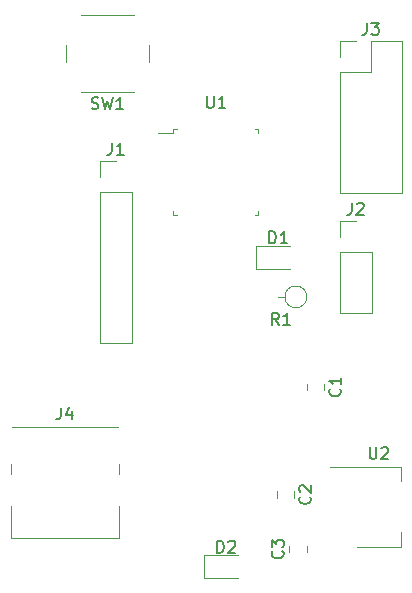
<source format=gbr>
%TF.GenerationSoftware,KiCad,Pcbnew,7.0.7*%
%TF.CreationDate,2023-09-08T17:32:34-05:00*%
%TF.ProjectId,Projects_zyxie2,50726f6a-6563-4747-935f-7a7978696532,rev?*%
%TF.SameCoordinates,Original*%
%TF.FileFunction,Legend,Top*%
%TF.FilePolarity,Positive*%
%FSLAX46Y46*%
G04 Gerber Fmt 4.6, Leading zero omitted, Abs format (unit mm)*
G04 Created by KiCad (PCBNEW 7.0.7) date 2023-09-08 17:32:34*
%MOMM*%
%LPD*%
G01*
G04 APERTURE LIST*
%ADD10C,0.150000*%
%ADD11C,0.120000*%
G04 APERTURE END LIST*
D10*
X123102080Y-108349166D02*
X123149700Y-108396785D01*
X123149700Y-108396785D02*
X123197319Y-108539642D01*
X123197319Y-108539642D02*
X123197319Y-108634880D01*
X123197319Y-108634880D02*
X123149700Y-108777737D01*
X123149700Y-108777737D02*
X123054461Y-108872975D01*
X123054461Y-108872975D02*
X122959223Y-108920594D01*
X122959223Y-108920594D02*
X122768747Y-108968213D01*
X122768747Y-108968213D02*
X122625890Y-108968213D01*
X122625890Y-108968213D02*
X122435414Y-108920594D01*
X122435414Y-108920594D02*
X122340176Y-108872975D01*
X122340176Y-108872975D02*
X122244938Y-108777737D01*
X122244938Y-108777737D02*
X122197319Y-108634880D01*
X122197319Y-108634880D02*
X122197319Y-108539642D01*
X122197319Y-108539642D02*
X122244938Y-108396785D01*
X122244938Y-108396785D02*
X122292557Y-108349166D01*
X122292557Y-107968213D02*
X122244938Y-107920594D01*
X122244938Y-107920594D02*
X122197319Y-107825356D01*
X122197319Y-107825356D02*
X122197319Y-107587261D01*
X122197319Y-107587261D02*
X122244938Y-107492023D01*
X122244938Y-107492023D02*
X122292557Y-107444404D01*
X122292557Y-107444404D02*
X122387795Y-107396785D01*
X122387795Y-107396785D02*
X122483033Y-107396785D01*
X122483033Y-107396785D02*
X122625890Y-107444404D01*
X122625890Y-107444404D02*
X123197319Y-108015832D01*
X123197319Y-108015832D02*
X123197319Y-107396785D01*
X127936666Y-68244819D02*
X127936666Y-68959104D01*
X127936666Y-68959104D02*
X127889047Y-69101961D01*
X127889047Y-69101961D02*
X127793809Y-69197200D01*
X127793809Y-69197200D02*
X127650952Y-69244819D01*
X127650952Y-69244819D02*
X127555714Y-69244819D01*
X128317619Y-68244819D02*
X128936666Y-68244819D01*
X128936666Y-68244819D02*
X128603333Y-68625771D01*
X128603333Y-68625771D02*
X128746190Y-68625771D01*
X128746190Y-68625771D02*
X128841428Y-68673390D01*
X128841428Y-68673390D02*
X128889047Y-68721009D01*
X128889047Y-68721009D02*
X128936666Y-68816247D01*
X128936666Y-68816247D02*
X128936666Y-69054342D01*
X128936666Y-69054342D02*
X128889047Y-69149580D01*
X128889047Y-69149580D02*
X128841428Y-69197200D01*
X128841428Y-69197200D02*
X128746190Y-69244819D01*
X128746190Y-69244819D02*
X128460476Y-69244819D01*
X128460476Y-69244819D02*
X128365238Y-69197200D01*
X128365238Y-69197200D02*
X128317619Y-69149580D01*
X114378095Y-74444819D02*
X114378095Y-75254342D01*
X114378095Y-75254342D02*
X114425714Y-75349580D01*
X114425714Y-75349580D02*
X114473333Y-75397200D01*
X114473333Y-75397200D02*
X114568571Y-75444819D01*
X114568571Y-75444819D02*
X114759047Y-75444819D01*
X114759047Y-75444819D02*
X114854285Y-75397200D01*
X114854285Y-75397200D02*
X114901904Y-75349580D01*
X114901904Y-75349580D02*
X114949523Y-75254342D01*
X114949523Y-75254342D02*
X114949523Y-74444819D01*
X115949523Y-75444819D02*
X115378095Y-75444819D01*
X115663809Y-75444819D02*
X115663809Y-74444819D01*
X115663809Y-74444819D02*
X115568571Y-74587676D01*
X115568571Y-74587676D02*
X115473333Y-74682914D01*
X115473333Y-74682914D02*
X115378095Y-74730533D01*
X119666905Y-86899819D02*
X119666905Y-85899819D01*
X119666905Y-85899819D02*
X119905000Y-85899819D01*
X119905000Y-85899819D02*
X120047857Y-85947438D01*
X120047857Y-85947438D02*
X120143095Y-86042676D01*
X120143095Y-86042676D02*
X120190714Y-86137914D01*
X120190714Y-86137914D02*
X120238333Y-86328390D01*
X120238333Y-86328390D02*
X120238333Y-86471247D01*
X120238333Y-86471247D02*
X120190714Y-86661723D01*
X120190714Y-86661723D02*
X120143095Y-86756961D01*
X120143095Y-86756961D02*
X120047857Y-86852200D01*
X120047857Y-86852200D02*
X119905000Y-86899819D01*
X119905000Y-86899819D02*
X119666905Y-86899819D01*
X121190714Y-86899819D02*
X120619286Y-86899819D01*
X120905000Y-86899819D02*
X120905000Y-85899819D01*
X120905000Y-85899819D02*
X120809762Y-86042676D01*
X120809762Y-86042676D02*
X120714524Y-86137914D01*
X120714524Y-86137914D02*
X120619286Y-86185533D01*
X128168095Y-104174819D02*
X128168095Y-104984342D01*
X128168095Y-104984342D02*
X128215714Y-105079580D01*
X128215714Y-105079580D02*
X128263333Y-105127200D01*
X128263333Y-105127200D02*
X128358571Y-105174819D01*
X128358571Y-105174819D02*
X128549047Y-105174819D01*
X128549047Y-105174819D02*
X128644285Y-105127200D01*
X128644285Y-105127200D02*
X128691904Y-105079580D01*
X128691904Y-105079580D02*
X128739523Y-104984342D01*
X128739523Y-104984342D02*
X128739523Y-104174819D01*
X129168095Y-104270057D02*
X129215714Y-104222438D01*
X129215714Y-104222438D02*
X129310952Y-104174819D01*
X129310952Y-104174819D02*
X129549047Y-104174819D01*
X129549047Y-104174819D02*
X129644285Y-104222438D01*
X129644285Y-104222438D02*
X129691904Y-104270057D01*
X129691904Y-104270057D02*
X129739523Y-104365295D01*
X129739523Y-104365295D02*
X129739523Y-104460533D01*
X129739523Y-104460533D02*
X129691904Y-104603390D01*
X129691904Y-104603390D02*
X129120476Y-105174819D01*
X129120476Y-105174819D02*
X129739523Y-105174819D01*
X106346666Y-78404819D02*
X106346666Y-79119104D01*
X106346666Y-79119104D02*
X106299047Y-79261961D01*
X106299047Y-79261961D02*
X106203809Y-79357200D01*
X106203809Y-79357200D02*
X106060952Y-79404819D01*
X106060952Y-79404819D02*
X105965714Y-79404819D01*
X107346666Y-79404819D02*
X106775238Y-79404819D01*
X107060952Y-79404819D02*
X107060952Y-78404819D01*
X107060952Y-78404819D02*
X106965714Y-78547676D01*
X106965714Y-78547676D02*
X106870476Y-78642914D01*
X106870476Y-78642914D02*
X106775238Y-78690533D01*
X115256905Y-113104819D02*
X115256905Y-112104819D01*
X115256905Y-112104819D02*
X115495000Y-112104819D01*
X115495000Y-112104819D02*
X115637857Y-112152438D01*
X115637857Y-112152438D02*
X115733095Y-112247676D01*
X115733095Y-112247676D02*
X115780714Y-112342914D01*
X115780714Y-112342914D02*
X115828333Y-112533390D01*
X115828333Y-112533390D02*
X115828333Y-112676247D01*
X115828333Y-112676247D02*
X115780714Y-112866723D01*
X115780714Y-112866723D02*
X115733095Y-112961961D01*
X115733095Y-112961961D02*
X115637857Y-113057200D01*
X115637857Y-113057200D02*
X115495000Y-113104819D01*
X115495000Y-113104819D02*
X115256905Y-113104819D01*
X116209286Y-112200057D02*
X116256905Y-112152438D01*
X116256905Y-112152438D02*
X116352143Y-112104819D01*
X116352143Y-112104819D02*
X116590238Y-112104819D01*
X116590238Y-112104819D02*
X116685476Y-112152438D01*
X116685476Y-112152438D02*
X116733095Y-112200057D01*
X116733095Y-112200057D02*
X116780714Y-112295295D01*
X116780714Y-112295295D02*
X116780714Y-112390533D01*
X116780714Y-112390533D02*
X116733095Y-112533390D01*
X116733095Y-112533390D02*
X116161667Y-113104819D01*
X116161667Y-113104819D02*
X116780714Y-113104819D01*
X125642080Y-99226666D02*
X125689700Y-99274285D01*
X125689700Y-99274285D02*
X125737319Y-99417142D01*
X125737319Y-99417142D02*
X125737319Y-99512380D01*
X125737319Y-99512380D02*
X125689700Y-99655237D01*
X125689700Y-99655237D02*
X125594461Y-99750475D01*
X125594461Y-99750475D02*
X125499223Y-99798094D01*
X125499223Y-99798094D02*
X125308747Y-99845713D01*
X125308747Y-99845713D02*
X125165890Y-99845713D01*
X125165890Y-99845713D02*
X124975414Y-99798094D01*
X124975414Y-99798094D02*
X124880176Y-99750475D01*
X124880176Y-99750475D02*
X124784938Y-99655237D01*
X124784938Y-99655237D02*
X124737319Y-99512380D01*
X124737319Y-99512380D02*
X124737319Y-99417142D01*
X124737319Y-99417142D02*
X124784938Y-99274285D01*
X124784938Y-99274285D02*
X124832557Y-99226666D01*
X125737319Y-98274285D02*
X125737319Y-98845713D01*
X125737319Y-98559999D02*
X124737319Y-98559999D01*
X124737319Y-98559999D02*
X124880176Y-98655237D01*
X124880176Y-98655237D02*
X124975414Y-98750475D01*
X124975414Y-98750475D02*
X125023033Y-98845713D01*
X126666666Y-83484819D02*
X126666666Y-84199104D01*
X126666666Y-84199104D02*
X126619047Y-84341961D01*
X126619047Y-84341961D02*
X126523809Y-84437200D01*
X126523809Y-84437200D02*
X126380952Y-84484819D01*
X126380952Y-84484819D02*
X126285714Y-84484819D01*
X127095238Y-83580057D02*
X127142857Y-83532438D01*
X127142857Y-83532438D02*
X127238095Y-83484819D01*
X127238095Y-83484819D02*
X127476190Y-83484819D01*
X127476190Y-83484819D02*
X127571428Y-83532438D01*
X127571428Y-83532438D02*
X127619047Y-83580057D01*
X127619047Y-83580057D02*
X127666666Y-83675295D01*
X127666666Y-83675295D02*
X127666666Y-83770533D01*
X127666666Y-83770533D02*
X127619047Y-83913390D01*
X127619047Y-83913390D02*
X127047619Y-84484819D01*
X127047619Y-84484819D02*
X127666666Y-84484819D01*
X120483333Y-93814819D02*
X120150000Y-93338628D01*
X119911905Y-93814819D02*
X119911905Y-92814819D01*
X119911905Y-92814819D02*
X120292857Y-92814819D01*
X120292857Y-92814819D02*
X120388095Y-92862438D01*
X120388095Y-92862438D02*
X120435714Y-92910057D01*
X120435714Y-92910057D02*
X120483333Y-93005295D01*
X120483333Y-93005295D02*
X120483333Y-93148152D01*
X120483333Y-93148152D02*
X120435714Y-93243390D01*
X120435714Y-93243390D02*
X120388095Y-93291009D01*
X120388095Y-93291009D02*
X120292857Y-93338628D01*
X120292857Y-93338628D02*
X119911905Y-93338628D01*
X121435714Y-93814819D02*
X120864286Y-93814819D01*
X121150000Y-93814819D02*
X121150000Y-92814819D01*
X121150000Y-92814819D02*
X121054762Y-92957676D01*
X121054762Y-92957676D02*
X120959524Y-93052914D01*
X120959524Y-93052914D02*
X120864286Y-93100533D01*
X120779580Y-112964166D02*
X120827200Y-113011785D01*
X120827200Y-113011785D02*
X120874819Y-113154642D01*
X120874819Y-113154642D02*
X120874819Y-113249880D01*
X120874819Y-113249880D02*
X120827200Y-113392737D01*
X120827200Y-113392737D02*
X120731961Y-113487975D01*
X120731961Y-113487975D02*
X120636723Y-113535594D01*
X120636723Y-113535594D02*
X120446247Y-113583213D01*
X120446247Y-113583213D02*
X120303390Y-113583213D01*
X120303390Y-113583213D02*
X120112914Y-113535594D01*
X120112914Y-113535594D02*
X120017676Y-113487975D01*
X120017676Y-113487975D02*
X119922438Y-113392737D01*
X119922438Y-113392737D02*
X119874819Y-113249880D01*
X119874819Y-113249880D02*
X119874819Y-113154642D01*
X119874819Y-113154642D02*
X119922438Y-113011785D01*
X119922438Y-113011785D02*
X119970057Y-112964166D01*
X119874819Y-112630832D02*
X119874819Y-112011785D01*
X119874819Y-112011785D02*
X120255771Y-112345118D01*
X120255771Y-112345118D02*
X120255771Y-112202261D01*
X120255771Y-112202261D02*
X120303390Y-112107023D01*
X120303390Y-112107023D02*
X120351009Y-112059404D01*
X120351009Y-112059404D02*
X120446247Y-112011785D01*
X120446247Y-112011785D02*
X120684342Y-112011785D01*
X120684342Y-112011785D02*
X120779580Y-112059404D01*
X120779580Y-112059404D02*
X120827200Y-112107023D01*
X120827200Y-112107023D02*
X120874819Y-112202261D01*
X120874819Y-112202261D02*
X120874819Y-112487975D01*
X120874819Y-112487975D02*
X120827200Y-112583213D01*
X120827200Y-112583213D02*
X120779580Y-112630832D01*
X102021666Y-100814819D02*
X102021666Y-101529104D01*
X102021666Y-101529104D02*
X101974047Y-101671961D01*
X101974047Y-101671961D02*
X101878809Y-101767200D01*
X101878809Y-101767200D02*
X101735952Y-101814819D01*
X101735952Y-101814819D02*
X101640714Y-101814819D01*
X102926428Y-101148152D02*
X102926428Y-101814819D01*
X102688333Y-100767200D02*
X102450238Y-101481485D01*
X102450238Y-101481485D02*
X103069285Y-101481485D01*
X104636667Y-75487200D02*
X104779524Y-75534819D01*
X104779524Y-75534819D02*
X105017619Y-75534819D01*
X105017619Y-75534819D02*
X105112857Y-75487200D01*
X105112857Y-75487200D02*
X105160476Y-75439580D01*
X105160476Y-75439580D02*
X105208095Y-75344342D01*
X105208095Y-75344342D02*
X105208095Y-75249104D01*
X105208095Y-75249104D02*
X105160476Y-75153866D01*
X105160476Y-75153866D02*
X105112857Y-75106247D01*
X105112857Y-75106247D02*
X105017619Y-75058628D01*
X105017619Y-75058628D02*
X104827143Y-75011009D01*
X104827143Y-75011009D02*
X104731905Y-74963390D01*
X104731905Y-74963390D02*
X104684286Y-74915771D01*
X104684286Y-74915771D02*
X104636667Y-74820533D01*
X104636667Y-74820533D02*
X104636667Y-74725295D01*
X104636667Y-74725295D02*
X104684286Y-74630057D01*
X104684286Y-74630057D02*
X104731905Y-74582438D01*
X104731905Y-74582438D02*
X104827143Y-74534819D01*
X104827143Y-74534819D02*
X105065238Y-74534819D01*
X105065238Y-74534819D02*
X105208095Y-74582438D01*
X105541429Y-74534819D02*
X105779524Y-75534819D01*
X105779524Y-75534819D02*
X105970000Y-74820533D01*
X105970000Y-74820533D02*
X106160476Y-75534819D01*
X106160476Y-75534819D02*
X106398572Y-74534819D01*
X107303333Y-75534819D02*
X106731905Y-75534819D01*
X107017619Y-75534819D02*
X107017619Y-74534819D01*
X107017619Y-74534819D02*
X106922381Y-74677676D01*
X106922381Y-74677676D02*
X106827143Y-74772914D01*
X106827143Y-74772914D02*
X106731905Y-74820533D01*
D11*
%TO.C,C2*%
X121797500Y-107921248D02*
X121797500Y-108443752D01*
X120327500Y-107921248D02*
X120327500Y-108443752D01*
%TO.C,J3*%
X125670000Y-69790000D02*
X127000000Y-69790000D01*
X125670000Y-71120000D02*
X125670000Y-69790000D01*
X125670000Y-72390000D02*
X125670000Y-82610000D01*
X125670000Y-72390000D02*
X128270000Y-72390000D01*
X125670000Y-82610000D02*
X130870000Y-82610000D01*
X128270000Y-69790000D02*
X130870000Y-69790000D01*
X128270000Y-72390000D02*
X128270000Y-69790000D01*
X130870000Y-69790000D02*
X130870000Y-82610000D01*
%TO.C,U1*%
X118750000Y-84480000D02*
X118750000Y-84180000D01*
X118750000Y-77260000D02*
X118750000Y-77560000D01*
X118450000Y-84480000D02*
X118750000Y-84480000D01*
X118450000Y-77260000D02*
X118750000Y-77260000D01*
X111830000Y-84480000D02*
X111530000Y-84480000D01*
X111830000Y-77260000D02*
X111530000Y-77260000D01*
X111530000Y-84480000D02*
X111530000Y-84180000D01*
X111530000Y-77560000D02*
X110215000Y-77560000D01*
X111530000Y-77260000D02*
X111530000Y-77560000D01*
%TO.C,D1*%
X118545000Y-87135000D02*
X118545000Y-89055000D01*
X118545000Y-89055000D02*
X121405000Y-89055000D01*
X121405000Y-87135000D02*
X118545000Y-87135000D01*
%TO.C,U2*%
X124830000Y-105810000D02*
X130840000Y-105810000D01*
X127080000Y-112630000D02*
X130840000Y-112630000D01*
X130840000Y-105810000D02*
X130840000Y-107070000D01*
X130840000Y-112630000D02*
X130840000Y-111370000D01*
%TO.C,J1*%
X105350000Y-79950000D02*
X106680000Y-79950000D01*
X105350000Y-81280000D02*
X105350000Y-79950000D01*
X105350000Y-82550000D02*
X105350000Y-95310000D01*
X105350000Y-82550000D02*
X108010000Y-82550000D01*
X105350000Y-95310000D02*
X108010000Y-95310000D01*
X108010000Y-82550000D02*
X108010000Y-95310000D01*
%TO.C,D2*%
X114135000Y-113340000D02*
X114135000Y-115260000D01*
X114135000Y-115260000D02*
X116995000Y-115260000D01*
X116995000Y-113340000D02*
X114135000Y-113340000D01*
%TO.C,C1*%
X124337500Y-98798748D02*
X124337500Y-99321252D01*
X122867500Y-98798748D02*
X122867500Y-99321252D01*
%TO.C,J2*%
X125670000Y-85030000D02*
X127000000Y-85030000D01*
X125670000Y-86360000D02*
X125670000Y-85030000D01*
X125670000Y-87630000D02*
X125670000Y-92770000D01*
X125670000Y-87630000D02*
X128330000Y-87630000D01*
X125670000Y-92770000D02*
X128330000Y-92770000D01*
X128330000Y-87630000D02*
X128330000Y-92770000D01*
%TO.C,R1*%
X121000000Y-91440000D02*
X120380000Y-91440000D01*
X122840000Y-91440000D02*
G75*
G03*
X122840000Y-91440000I-920000J0D01*
G01*
%TO.C,C3*%
X121365000Y-113058752D02*
X121365000Y-112536248D01*
X122835000Y-113058752D02*
X122835000Y-112536248D01*
%TO.C,J4*%
X97760000Y-105560000D02*
X97760000Y-106460000D01*
X97760000Y-109160000D02*
X97760000Y-111890000D01*
X97760000Y-111890000D02*
X106950000Y-111890000D01*
X97880000Y-102480000D02*
X106830000Y-102480000D01*
X106950000Y-105560000D02*
X106950000Y-106460000D01*
X106950000Y-109160000D02*
X106950000Y-111890000D01*
%TO.C,SW1*%
X109470000Y-71580000D02*
X109470000Y-70080000D01*
X108220000Y-67580000D02*
X103720000Y-67580000D01*
X103720000Y-74080000D02*
X108220000Y-74080000D01*
X102470000Y-70080000D02*
X102470000Y-71580000D01*
%TD*%
M02*

</source>
